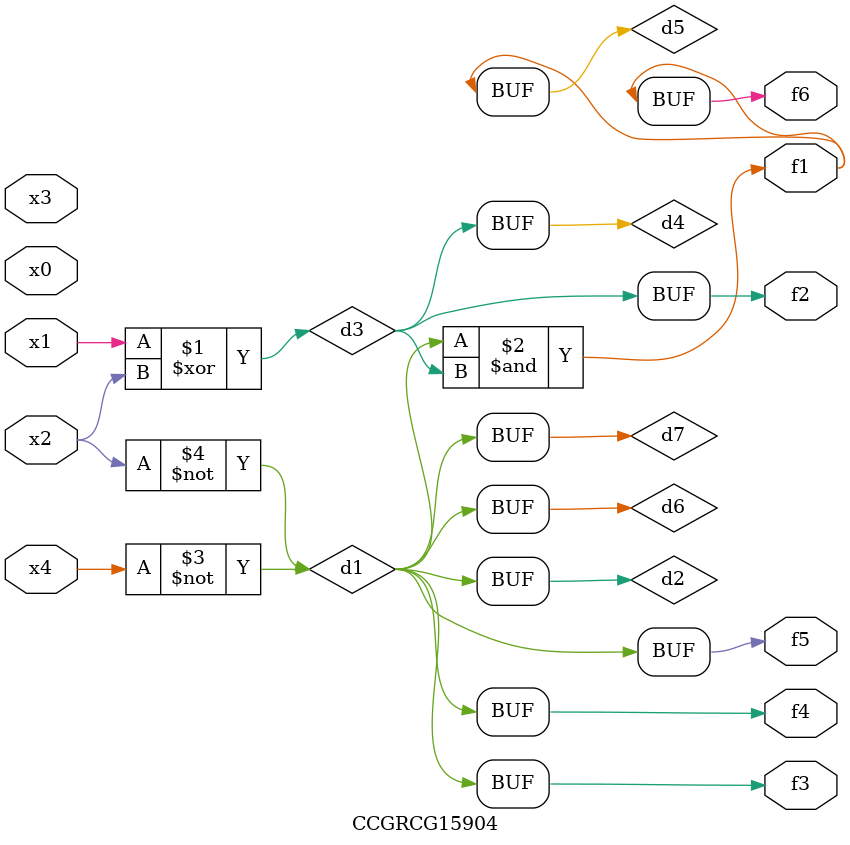
<source format=v>
module CCGRCG15904(
	input x0, x1, x2, x3, x4,
	output f1, f2, f3, f4, f5, f6
);

	wire d1, d2, d3, d4, d5, d6, d7;

	not (d1, x4);
	not (d2, x2);
	xor (d3, x1, x2);
	buf (d4, d3);
	and (d5, d1, d3);
	buf (d6, d1, d2);
	buf (d7, d2);
	assign f1 = d5;
	assign f2 = d4;
	assign f3 = d7;
	assign f4 = d7;
	assign f5 = d7;
	assign f6 = d5;
endmodule

</source>
